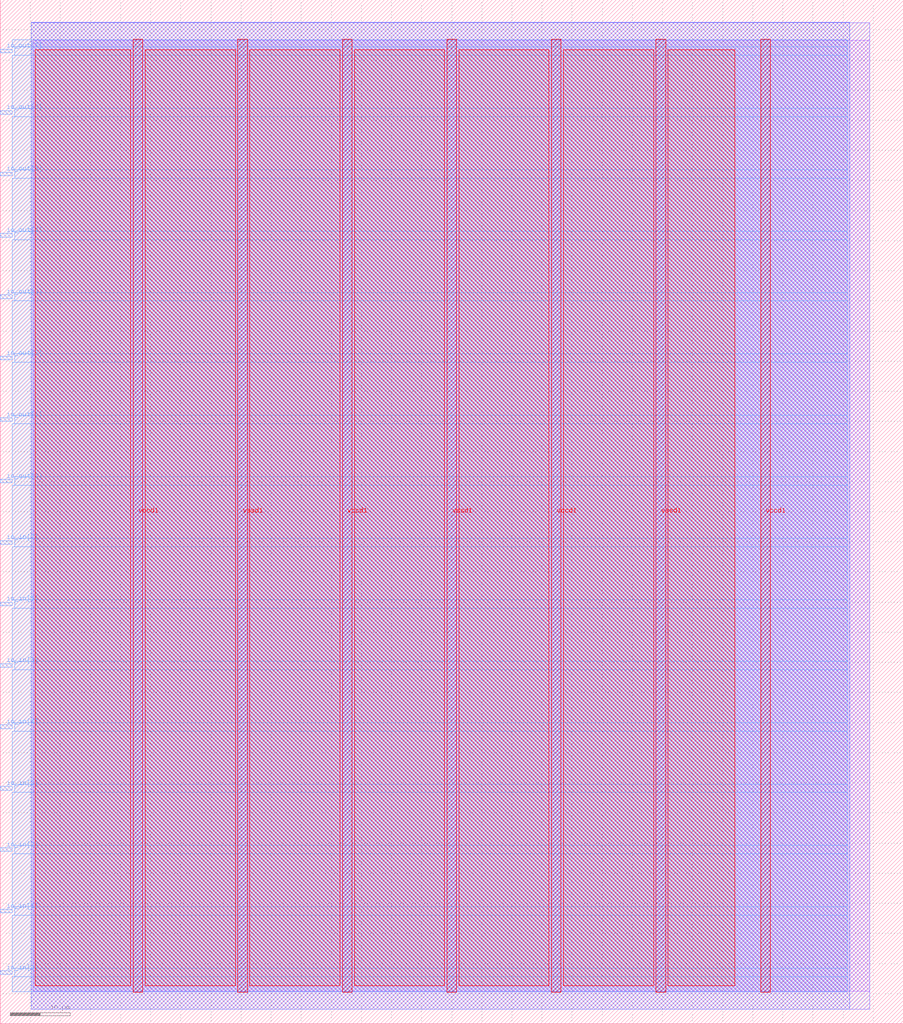
<source format=lef>
VERSION 5.7 ;
  NOWIREEXTENSIONATPIN ON ;
  DIVIDERCHAR "/" ;
  BUSBITCHARS "[]" ;
MACRO option22
  CLASS BLOCK ;
  FOREIGN option22 ;
  ORIGIN 0.000 0.000 ;
  SIZE 150.000 BY 170.000 ;
  PIN io_in[0]
    DIRECTION INPUT ;
    USE SIGNAL ;
    PORT
      LAYER met3 ;
        RECT 0.000 8.200 2.000 8.800 ;
    END
  END io_in[0]
  PIN io_in[1]
    DIRECTION INPUT ;
    USE SIGNAL ;
    PORT
      LAYER met3 ;
        RECT 0.000 18.400 2.000 19.000 ;
    END
  END io_in[1]
  PIN io_in[2]
    DIRECTION INPUT ;
    USE SIGNAL ;
    PORT
      LAYER met3 ;
        RECT 0.000 28.600 2.000 29.200 ;
    END
  END io_in[2]
  PIN io_in[3]
    DIRECTION INPUT ;
    USE SIGNAL ;
    PORT
      LAYER met3 ;
        RECT 0.000 38.800 2.000 39.400 ;
    END
  END io_in[3]
  PIN io_in[4]
    DIRECTION INPUT ;
    USE SIGNAL ;
    PORT
      LAYER met3 ;
        RECT 0.000 49.000 2.000 49.600 ;
    END
  END io_in[4]
  PIN io_in[5]
    DIRECTION INPUT ;
    USE SIGNAL ;
    PORT
      LAYER met3 ;
        RECT 0.000 59.200 2.000 59.800 ;
    END
  END io_in[5]
  PIN io_in[6]
    DIRECTION INPUT ;
    USE SIGNAL ;
    PORT
      LAYER met3 ;
        RECT 0.000 69.400 2.000 70.000 ;
    END
  END io_in[6]
  PIN io_in[7]
    DIRECTION INPUT ;
    USE SIGNAL ;
    PORT
      LAYER met3 ;
        RECT 0.000 79.600 2.000 80.200 ;
    END
  END io_in[7]
  PIN io_out[0]
    DIRECTION OUTPUT TRISTATE ;
    USE SIGNAL ;
    PORT
      LAYER met3 ;
        RECT 0.000 89.800 2.000 90.400 ;
    END
  END io_out[0]
  PIN io_out[1]
    DIRECTION OUTPUT TRISTATE ;
    USE SIGNAL ;
    PORT
      LAYER met3 ;
        RECT 0.000 100.000 2.000 100.600 ;
    END
  END io_out[1]
  PIN io_out[2]
    DIRECTION OUTPUT TRISTATE ;
    USE SIGNAL ;
    PORT
      LAYER met3 ;
        RECT 0.000 110.200 2.000 110.800 ;
    END
  END io_out[2]
  PIN io_out[3]
    DIRECTION OUTPUT TRISTATE ;
    USE SIGNAL ;
    PORT
      LAYER met3 ;
        RECT 0.000 120.400 2.000 121.000 ;
    END
  END io_out[3]
  PIN io_out[4]
    DIRECTION OUTPUT TRISTATE ;
    USE SIGNAL ;
    PORT
      LAYER met3 ;
        RECT 0.000 130.600 2.000 131.200 ;
    END
  END io_out[4]
  PIN io_out[5]
    DIRECTION OUTPUT TRISTATE ;
    USE SIGNAL ;
    PORT
      LAYER met3 ;
        RECT 0.000 140.800 2.000 141.400 ;
    END
  END io_out[5]
  PIN io_out[6]
    DIRECTION OUTPUT TRISTATE ;
    USE SIGNAL ;
    PORT
      LAYER met3 ;
        RECT 0.000 151.000 2.000 151.600 ;
    END
  END io_out[6]
  PIN io_out[7]
    DIRECTION OUTPUT TRISTATE ;
    USE SIGNAL ;
    PORT
      LAYER met3 ;
        RECT 0.000 161.200 2.000 161.800 ;
    END
  END io_out[7]
  PIN vccd1
    DIRECTION INOUT ;
    USE POWER ;
    PORT
      LAYER met4 ;
        RECT 22.090 5.200 23.690 163.440 ;
    END
    PORT
      LAYER met4 ;
        RECT 56.830 5.200 58.430 163.440 ;
    END
    PORT
      LAYER met4 ;
        RECT 91.570 5.200 93.170 163.440 ;
    END
    PORT
      LAYER met4 ;
        RECT 126.310 5.200 127.910 163.440 ;
    END
  END vccd1
  PIN vssd1
    DIRECTION INOUT ;
    USE GROUND ;
    PORT
      LAYER met4 ;
        RECT 39.460 5.200 41.060 163.440 ;
    END
    PORT
      LAYER met4 ;
        RECT 74.200 5.200 75.800 163.440 ;
    END
    PORT
      LAYER met4 ;
        RECT 108.940 5.200 110.540 163.440 ;
    END
  END vssd1
  OBS
      LAYER li1 ;
        RECT 5.520 5.355 144.440 163.285 ;
      LAYER met1 ;
        RECT 5.130 2.420 144.440 166.220 ;
      LAYER met2 ;
        RECT 5.150 2.390 141.120 166.250 ;
      LAYER met3 ;
        RECT 2.000 162.200 140.695 163.365 ;
        RECT 2.400 160.800 140.695 162.200 ;
        RECT 2.000 152.000 140.695 160.800 ;
        RECT 2.400 150.600 140.695 152.000 ;
        RECT 2.000 141.800 140.695 150.600 ;
        RECT 2.400 140.400 140.695 141.800 ;
        RECT 2.000 131.600 140.695 140.400 ;
        RECT 2.400 130.200 140.695 131.600 ;
        RECT 2.000 121.400 140.695 130.200 ;
        RECT 2.400 120.000 140.695 121.400 ;
        RECT 2.000 111.200 140.695 120.000 ;
        RECT 2.400 109.800 140.695 111.200 ;
        RECT 2.000 101.000 140.695 109.800 ;
        RECT 2.400 99.600 140.695 101.000 ;
        RECT 2.000 90.800 140.695 99.600 ;
        RECT 2.400 89.400 140.695 90.800 ;
        RECT 2.000 80.600 140.695 89.400 ;
        RECT 2.400 79.200 140.695 80.600 ;
        RECT 2.000 70.400 140.695 79.200 ;
        RECT 2.400 69.000 140.695 70.400 ;
        RECT 2.000 60.200 140.695 69.000 ;
        RECT 2.400 58.800 140.695 60.200 ;
        RECT 2.000 50.000 140.695 58.800 ;
        RECT 2.400 48.600 140.695 50.000 ;
        RECT 2.000 39.800 140.695 48.600 ;
        RECT 2.400 38.400 140.695 39.800 ;
        RECT 2.000 29.600 140.695 38.400 ;
        RECT 2.400 28.200 140.695 29.600 ;
        RECT 2.000 19.400 140.695 28.200 ;
        RECT 2.400 18.000 140.695 19.400 ;
        RECT 2.000 9.200 140.695 18.000 ;
        RECT 2.400 7.800 140.695 9.200 ;
        RECT 2.000 5.275 140.695 7.800 ;
      LAYER met4 ;
        RECT 5.815 6.295 21.690 161.665 ;
        RECT 24.090 6.295 39.060 161.665 ;
        RECT 41.460 6.295 56.430 161.665 ;
        RECT 58.830 6.295 73.800 161.665 ;
        RECT 76.200 6.295 91.170 161.665 ;
        RECT 93.570 6.295 108.540 161.665 ;
        RECT 110.940 6.295 122.065 161.665 ;
  END
END option22
END LIBRARY


</source>
